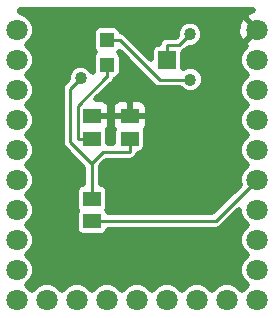
<source format=gbr>
G04 #@! TF.FileFunction,Copper,L2,Bot,Signal*
%FSLAX46Y46*%
G04 Gerber Fmt 4.6, Leading zero omitted, Abs format (unit mm)*
G04 Created by KiCad (PCBNEW 0.201509251832+6217~30~ubuntu14.04.1-product) date gio 08 ott 2015 22:51:30 CEST*
%MOMM*%
G01*
G04 APERTURE LIST*
%ADD10C,0.100000*%
%ADD11C,1.800000*%
%ADD12R,1.498600X1.300480*%
%ADD13R,1.501140X1.501140*%
%ADD14R,1.198880X1.198880*%
%ADD15C,1.035000*%
%ADD16C,0.254000*%
%ADD17C,0.508000*%
G04 APERTURE END LIST*
D10*
D11*
X138430000Y-92075000D03*
X138430000Y-94615000D03*
X138430000Y-97155000D03*
X138430000Y-99695000D03*
X138430000Y-102235000D03*
X138430000Y-104775000D03*
X138430000Y-107315000D03*
X138430000Y-109855000D03*
X138430000Y-112395000D03*
X138430000Y-114935000D03*
X140970000Y-114935000D03*
X143510000Y-114935000D03*
X146050000Y-114935000D03*
X148590000Y-114935000D03*
X151130000Y-114935000D03*
X153670000Y-114935000D03*
X156210000Y-114935000D03*
X158750000Y-112395000D03*
X158750000Y-109855000D03*
X158750000Y-107315000D03*
X158750000Y-104775000D03*
X158750000Y-102235000D03*
X158750000Y-99695000D03*
X158750000Y-97155000D03*
X158750000Y-94615000D03*
X158750000Y-114935000D03*
X158750000Y-92075000D03*
D12*
X144780000Y-108267500D03*
X144780000Y-106362500D03*
X147955000Y-101282500D03*
X147955000Y-99377500D03*
X144780000Y-101282500D03*
X144780000Y-99377500D03*
D13*
X151130000Y-94615000D03*
D14*
X146050000Y-92930980D03*
X146050000Y-95029020D03*
D15*
X143829300Y-96176400D03*
X153085600Y-96288900D03*
X153060500Y-92471800D03*
D16*
X144780000Y-99377500D02*
X147955000Y-99377500D01*
X151447500Y-99377500D02*
X158750000Y-92075000D01*
X147955000Y-99377500D02*
X151447500Y-99377500D01*
X144780000Y-106362500D02*
X144780000Y-105231000D01*
X147955000Y-101282500D02*
X147955000Y-102414000D01*
X142936800Y-97068900D02*
X143829300Y-96176400D01*
X142936800Y-101590500D02*
X142936800Y-97068900D01*
X144660200Y-103313900D02*
X142936800Y-101590500D01*
X144780000Y-103313900D02*
X144660200Y-103313900D01*
X145679900Y-102414000D02*
X144780000Y-103313900D01*
X147955000Y-102414000D02*
X145679900Y-102414000D01*
X144780000Y-103313900D02*
X144780000Y-105231000D01*
X150488600Y-96288900D02*
X153085600Y-96288900D01*
X147130700Y-92931000D02*
X150488600Y-96288900D01*
X146050000Y-92931000D02*
X147130700Y-92931000D01*
X152149200Y-93383100D02*
X153060500Y-92471800D01*
X151130000Y-93383100D02*
X152149200Y-93383100D01*
X151130000Y-94615000D02*
X151130000Y-93383100D01*
X144780000Y-101282500D02*
X143549400Y-101282500D01*
X145954200Y-96109700D02*
X146050000Y-96109700D01*
X143549400Y-98514500D02*
X145954200Y-96109700D01*
X143549400Y-101282500D02*
X143549400Y-98514500D01*
X146050000Y-95029000D02*
X146050000Y-96109700D01*
X155257500Y-108267500D02*
X158750000Y-104775000D01*
X144780000Y-108267500D02*
X155257500Y-108267500D01*
D17*
G36*
X157863636Y-90629542D02*
X157753768Y-90702953D01*
X157686278Y-91010571D01*
X158496000Y-91820293D01*
X158496000Y-91821707D01*
X157685571Y-91011278D01*
X157377953Y-91078768D01*
X157101153Y-91679661D01*
X157075375Y-92340741D01*
X157304542Y-92961364D01*
X157377953Y-93071232D01*
X157685571Y-93138722D01*
X158496000Y-92328293D01*
X158496000Y-92329707D01*
X157686278Y-93139429D01*
X157753768Y-93447047D01*
X157775478Y-93457048D01*
X157472326Y-93759672D01*
X157242263Y-94313724D01*
X157241739Y-94913644D01*
X157470835Y-95468097D01*
X157887366Y-95885355D01*
X157472326Y-96299672D01*
X157242263Y-96853724D01*
X157241739Y-97453644D01*
X157470835Y-98008097D01*
X157887366Y-98425355D01*
X157472326Y-98839672D01*
X157242263Y-99393724D01*
X157241739Y-99993644D01*
X157470835Y-100548097D01*
X157887366Y-100965355D01*
X157472326Y-101379672D01*
X157242263Y-101933724D01*
X157241739Y-102533644D01*
X157470835Y-103088097D01*
X157887366Y-103505355D01*
X157472326Y-103919672D01*
X157242263Y-104473724D01*
X157241739Y-105073644D01*
X157291494Y-105194059D01*
X154953054Y-107532500D01*
X146133262Y-107532500D01*
X146106816Y-107391949D01*
X146057949Y-107316007D01*
X146100371Y-107253920D01*
X146149211Y-107012740D01*
X146149211Y-105712260D01*
X146106816Y-105486949D01*
X145973657Y-105280014D01*
X145770480Y-105141189D01*
X145529300Y-105092349D01*
X145515000Y-105092349D01*
X145515000Y-103618346D01*
X145984347Y-103149000D01*
X147955000Y-103149000D01*
X148236272Y-103093051D01*
X148474723Y-102933723D01*
X148634051Y-102695272D01*
X148662420Y-102552651D01*
X148704300Y-102552651D01*
X148929611Y-102510256D01*
X149136546Y-102377097D01*
X149275371Y-102173920D01*
X149324211Y-101932740D01*
X149324211Y-100632260D01*
X149301187Y-100509898D01*
X149351140Y-100459945D01*
X149467300Y-100179510D01*
X149467300Y-99568750D01*
X149276550Y-99378000D01*
X147955500Y-99378000D01*
X147955500Y-99398000D01*
X147954500Y-99398000D01*
X147954500Y-99378000D01*
X146633450Y-99378000D01*
X146442700Y-99568750D01*
X146442700Y-100179510D01*
X146558860Y-100459945D01*
X146610272Y-100511357D01*
X146585789Y-100632260D01*
X146585789Y-101679000D01*
X146149211Y-101679000D01*
X146149211Y-100632260D01*
X146126187Y-100509898D01*
X146176140Y-100459945D01*
X146292300Y-100179510D01*
X146292300Y-99568750D01*
X146101550Y-99378000D01*
X144780500Y-99378000D01*
X144780500Y-99398000D01*
X144779500Y-99398000D01*
X144779500Y-99378000D01*
X144759500Y-99378000D01*
X144759500Y-99377000D01*
X144779500Y-99377000D01*
X144779500Y-99357000D01*
X144780500Y-99357000D01*
X144780500Y-99377000D01*
X146101550Y-99377000D01*
X146292300Y-99186250D01*
X146292300Y-98575490D01*
X146442700Y-98575490D01*
X146442700Y-99186250D01*
X146633450Y-99377000D01*
X147954500Y-99377000D01*
X147954500Y-98155010D01*
X147955500Y-98155010D01*
X147955500Y-99377000D01*
X149276550Y-99377000D01*
X149467300Y-99186250D01*
X149467300Y-98575490D01*
X149351140Y-98295055D01*
X149136505Y-98080420D01*
X148856070Y-97964260D01*
X148146250Y-97964260D01*
X147955500Y-98155010D01*
X147954500Y-98155010D01*
X147763750Y-97964260D01*
X147053930Y-97964260D01*
X146773495Y-98080420D01*
X146558860Y-98295055D01*
X146442700Y-98575490D01*
X146292300Y-98575490D01*
X146176140Y-98295055D01*
X145961505Y-98080420D01*
X145681070Y-97964260D01*
X145139086Y-97964260D01*
X146310455Y-96792892D01*
X146331272Y-96788751D01*
X146569723Y-96629423D01*
X146729051Y-96390972D01*
X146761615Y-96227264D01*
X146874751Y-96205976D01*
X147081686Y-96072817D01*
X147220511Y-95869640D01*
X147269351Y-95628460D01*
X147269351Y-94429580D01*
X147226956Y-94204269D01*
X147093797Y-93997334D01*
X147070921Y-93981704D01*
X147081686Y-93974777D01*
X147103340Y-93943086D01*
X149968877Y-96808624D01*
X150207328Y-96967951D01*
X150488600Y-97023900D01*
X152229008Y-97023900D01*
X152447223Y-97242496D01*
X152860742Y-97414204D01*
X153308494Y-97414595D01*
X153722312Y-97243609D01*
X154039196Y-96927277D01*
X154210904Y-96513758D01*
X154211295Y-96066006D01*
X154040309Y-95652188D01*
X153723977Y-95335304D01*
X153310458Y-95163596D01*
X152862706Y-95163205D01*
X152500481Y-95312873D01*
X152500481Y-94015372D01*
X152668923Y-93902823D01*
X152974521Y-93597225D01*
X153283394Y-93597495D01*
X153697212Y-93426509D01*
X154014096Y-93110177D01*
X154185804Y-92696658D01*
X154186195Y-92248906D01*
X154015209Y-91835088D01*
X153698877Y-91518204D01*
X153285358Y-91346496D01*
X152837606Y-91346105D01*
X152423788Y-91517091D01*
X152106904Y-91833423D01*
X151935196Y-92246942D01*
X151934924Y-92557929D01*
X151844754Y-92648100D01*
X151130000Y-92648100D01*
X150848728Y-92704049D01*
X150610277Y-92863377D01*
X150450949Y-93101828D01*
X150422566Y-93244519D01*
X150379430Y-93244519D01*
X150154119Y-93286914D01*
X149947184Y-93420073D01*
X149808359Y-93623250D01*
X149759519Y-93864430D01*
X149759519Y-94520372D01*
X147650423Y-92411277D01*
X147411972Y-92251949D01*
X147386800Y-92246942D01*
X147248247Y-92219382D01*
X147226956Y-92106229D01*
X147093797Y-91899294D01*
X146890620Y-91760469D01*
X146649440Y-91711629D01*
X145450560Y-91711629D01*
X145225249Y-91754024D01*
X145018314Y-91887183D01*
X144879489Y-92090360D01*
X144830649Y-92331540D01*
X144830649Y-93530420D01*
X144873044Y-93755731D01*
X145006203Y-93962666D01*
X145029079Y-93978296D01*
X145018314Y-93985223D01*
X144879489Y-94188400D01*
X144830649Y-94429580D01*
X144830649Y-95628460D01*
X144838977Y-95672722D01*
X144784009Y-95539688D01*
X144467677Y-95222804D01*
X144054158Y-95051096D01*
X143606406Y-95050705D01*
X143192588Y-95221691D01*
X142875704Y-95538023D01*
X142703996Y-95951542D01*
X142703724Y-96262529D01*
X142417077Y-96549177D01*
X142257749Y-96787628D01*
X142201800Y-97068900D01*
X142201800Y-101590500D01*
X142230533Y-101734949D01*
X142257749Y-101871772D01*
X142417077Y-102110223D01*
X144045000Y-103738147D01*
X144045000Y-105092349D01*
X144030700Y-105092349D01*
X143805389Y-105134744D01*
X143598454Y-105267903D01*
X143459629Y-105471080D01*
X143410789Y-105712260D01*
X143410789Y-107012740D01*
X143453184Y-107238051D01*
X143502051Y-107313993D01*
X143459629Y-107376080D01*
X143410789Y-107617260D01*
X143410789Y-108917740D01*
X143453184Y-109143051D01*
X143586343Y-109349986D01*
X143789520Y-109488811D01*
X144030700Y-109537651D01*
X145529300Y-109537651D01*
X145754611Y-109495256D01*
X145961546Y-109362097D01*
X146100371Y-109158920D01*
X146132047Y-109002500D01*
X155257500Y-109002500D01*
X155538772Y-108946551D01*
X155777223Y-108787223D01*
X157241993Y-107322453D01*
X157241739Y-107613644D01*
X157470835Y-108168097D01*
X157887366Y-108585355D01*
X157472326Y-108999672D01*
X157242263Y-109553724D01*
X157241739Y-110153644D01*
X157470835Y-110708097D01*
X157887366Y-111125355D01*
X157472326Y-111539672D01*
X157242263Y-112093724D01*
X157241739Y-112693644D01*
X157470835Y-113248097D01*
X157887366Y-113665355D01*
X157479645Y-114072366D01*
X157065328Y-113657326D01*
X156511276Y-113427263D01*
X155911356Y-113426739D01*
X155356903Y-113655835D01*
X154939645Y-114072366D01*
X154525328Y-113657326D01*
X153971276Y-113427263D01*
X153371356Y-113426739D01*
X152816903Y-113655835D01*
X152399645Y-114072366D01*
X151985328Y-113657326D01*
X151431276Y-113427263D01*
X150831356Y-113426739D01*
X150276903Y-113655835D01*
X149859645Y-114072366D01*
X149445328Y-113657326D01*
X148891276Y-113427263D01*
X148291356Y-113426739D01*
X147736903Y-113655835D01*
X147319645Y-114072366D01*
X146905328Y-113657326D01*
X146351276Y-113427263D01*
X145751356Y-113426739D01*
X145196903Y-113655835D01*
X144779645Y-114072366D01*
X144365328Y-113657326D01*
X143811276Y-113427263D01*
X143211356Y-113426739D01*
X142656903Y-113655835D01*
X142239645Y-114072366D01*
X141825328Y-113657326D01*
X141271276Y-113427263D01*
X140671356Y-113426739D01*
X140116903Y-113655835D01*
X139699645Y-114072366D01*
X139292634Y-113664645D01*
X139707674Y-113250328D01*
X139937737Y-112696276D01*
X139938261Y-112096356D01*
X139709165Y-111541903D01*
X139292634Y-111124645D01*
X139707674Y-110710328D01*
X139937737Y-110156276D01*
X139938261Y-109556356D01*
X139709165Y-109001903D01*
X139292634Y-108584645D01*
X139707674Y-108170328D01*
X139937737Y-107616276D01*
X139938261Y-107016356D01*
X139709165Y-106461903D01*
X139292634Y-106044645D01*
X139707674Y-105630328D01*
X139937737Y-105076276D01*
X139938261Y-104476356D01*
X139709165Y-103921903D01*
X139292634Y-103504645D01*
X139707674Y-103090328D01*
X139937737Y-102536276D01*
X139938261Y-101936356D01*
X139709165Y-101381903D01*
X139292634Y-100964645D01*
X139707674Y-100550328D01*
X139937737Y-99996276D01*
X139938261Y-99396356D01*
X139709165Y-98841903D01*
X139292634Y-98424645D01*
X139707674Y-98010328D01*
X139937737Y-97456276D01*
X139938261Y-96856356D01*
X139709165Y-96301903D01*
X139292634Y-95884645D01*
X139707674Y-95470328D01*
X139937737Y-94916276D01*
X139938261Y-94316356D01*
X139709165Y-93761903D01*
X139292634Y-93344645D01*
X139707674Y-92930328D01*
X139937737Y-92376276D01*
X139938261Y-91776356D01*
X139709165Y-91221903D01*
X139285328Y-90797326D01*
X138731276Y-90567263D01*
X138684000Y-90567222D01*
X138684000Y-90424000D01*
X158420279Y-90424000D01*
X157863636Y-90629542D01*
X157863636Y-90629542D01*
G37*
X157863636Y-90629542D02*
X157753768Y-90702953D01*
X157686278Y-91010571D01*
X158496000Y-91820293D01*
X158496000Y-91821707D01*
X157685571Y-91011278D01*
X157377953Y-91078768D01*
X157101153Y-91679661D01*
X157075375Y-92340741D01*
X157304542Y-92961364D01*
X157377953Y-93071232D01*
X157685571Y-93138722D01*
X158496000Y-92328293D01*
X158496000Y-92329707D01*
X157686278Y-93139429D01*
X157753768Y-93447047D01*
X157775478Y-93457048D01*
X157472326Y-93759672D01*
X157242263Y-94313724D01*
X157241739Y-94913644D01*
X157470835Y-95468097D01*
X157887366Y-95885355D01*
X157472326Y-96299672D01*
X157242263Y-96853724D01*
X157241739Y-97453644D01*
X157470835Y-98008097D01*
X157887366Y-98425355D01*
X157472326Y-98839672D01*
X157242263Y-99393724D01*
X157241739Y-99993644D01*
X157470835Y-100548097D01*
X157887366Y-100965355D01*
X157472326Y-101379672D01*
X157242263Y-101933724D01*
X157241739Y-102533644D01*
X157470835Y-103088097D01*
X157887366Y-103505355D01*
X157472326Y-103919672D01*
X157242263Y-104473724D01*
X157241739Y-105073644D01*
X157291494Y-105194059D01*
X154953054Y-107532500D01*
X146133262Y-107532500D01*
X146106816Y-107391949D01*
X146057949Y-107316007D01*
X146100371Y-107253920D01*
X146149211Y-107012740D01*
X146149211Y-105712260D01*
X146106816Y-105486949D01*
X145973657Y-105280014D01*
X145770480Y-105141189D01*
X145529300Y-105092349D01*
X145515000Y-105092349D01*
X145515000Y-103618346D01*
X145984347Y-103149000D01*
X147955000Y-103149000D01*
X148236272Y-103093051D01*
X148474723Y-102933723D01*
X148634051Y-102695272D01*
X148662420Y-102552651D01*
X148704300Y-102552651D01*
X148929611Y-102510256D01*
X149136546Y-102377097D01*
X149275371Y-102173920D01*
X149324211Y-101932740D01*
X149324211Y-100632260D01*
X149301187Y-100509898D01*
X149351140Y-100459945D01*
X149467300Y-100179510D01*
X149467300Y-99568750D01*
X149276550Y-99378000D01*
X147955500Y-99378000D01*
X147955500Y-99398000D01*
X147954500Y-99398000D01*
X147954500Y-99378000D01*
X146633450Y-99378000D01*
X146442700Y-99568750D01*
X146442700Y-100179510D01*
X146558860Y-100459945D01*
X146610272Y-100511357D01*
X146585789Y-100632260D01*
X146585789Y-101679000D01*
X146149211Y-101679000D01*
X146149211Y-100632260D01*
X146126187Y-100509898D01*
X146176140Y-100459945D01*
X146292300Y-100179510D01*
X146292300Y-99568750D01*
X146101550Y-99378000D01*
X144780500Y-99378000D01*
X144780500Y-99398000D01*
X144779500Y-99398000D01*
X144779500Y-99378000D01*
X144759500Y-99378000D01*
X144759500Y-99377000D01*
X144779500Y-99377000D01*
X144779500Y-99357000D01*
X144780500Y-99357000D01*
X144780500Y-99377000D01*
X146101550Y-99377000D01*
X146292300Y-99186250D01*
X146292300Y-98575490D01*
X146442700Y-98575490D01*
X146442700Y-99186250D01*
X146633450Y-99377000D01*
X147954500Y-99377000D01*
X147954500Y-98155010D01*
X147955500Y-98155010D01*
X147955500Y-99377000D01*
X149276550Y-99377000D01*
X149467300Y-99186250D01*
X149467300Y-98575490D01*
X149351140Y-98295055D01*
X149136505Y-98080420D01*
X148856070Y-97964260D01*
X148146250Y-97964260D01*
X147955500Y-98155010D01*
X147954500Y-98155010D01*
X147763750Y-97964260D01*
X147053930Y-97964260D01*
X146773495Y-98080420D01*
X146558860Y-98295055D01*
X146442700Y-98575490D01*
X146292300Y-98575490D01*
X146176140Y-98295055D01*
X145961505Y-98080420D01*
X145681070Y-97964260D01*
X145139086Y-97964260D01*
X146310455Y-96792892D01*
X146331272Y-96788751D01*
X146569723Y-96629423D01*
X146729051Y-96390972D01*
X146761615Y-96227264D01*
X146874751Y-96205976D01*
X147081686Y-96072817D01*
X147220511Y-95869640D01*
X147269351Y-95628460D01*
X147269351Y-94429580D01*
X147226956Y-94204269D01*
X147093797Y-93997334D01*
X147070921Y-93981704D01*
X147081686Y-93974777D01*
X147103340Y-93943086D01*
X149968877Y-96808624D01*
X150207328Y-96967951D01*
X150488600Y-97023900D01*
X152229008Y-97023900D01*
X152447223Y-97242496D01*
X152860742Y-97414204D01*
X153308494Y-97414595D01*
X153722312Y-97243609D01*
X154039196Y-96927277D01*
X154210904Y-96513758D01*
X154211295Y-96066006D01*
X154040309Y-95652188D01*
X153723977Y-95335304D01*
X153310458Y-95163596D01*
X152862706Y-95163205D01*
X152500481Y-95312873D01*
X152500481Y-94015372D01*
X152668923Y-93902823D01*
X152974521Y-93597225D01*
X153283394Y-93597495D01*
X153697212Y-93426509D01*
X154014096Y-93110177D01*
X154185804Y-92696658D01*
X154186195Y-92248906D01*
X154015209Y-91835088D01*
X153698877Y-91518204D01*
X153285358Y-91346496D01*
X152837606Y-91346105D01*
X152423788Y-91517091D01*
X152106904Y-91833423D01*
X151935196Y-92246942D01*
X151934924Y-92557929D01*
X151844754Y-92648100D01*
X151130000Y-92648100D01*
X150848728Y-92704049D01*
X150610277Y-92863377D01*
X150450949Y-93101828D01*
X150422566Y-93244519D01*
X150379430Y-93244519D01*
X150154119Y-93286914D01*
X149947184Y-93420073D01*
X149808359Y-93623250D01*
X149759519Y-93864430D01*
X149759519Y-94520372D01*
X147650423Y-92411277D01*
X147411972Y-92251949D01*
X147386800Y-92246942D01*
X147248247Y-92219382D01*
X147226956Y-92106229D01*
X147093797Y-91899294D01*
X146890620Y-91760469D01*
X146649440Y-91711629D01*
X145450560Y-91711629D01*
X145225249Y-91754024D01*
X145018314Y-91887183D01*
X144879489Y-92090360D01*
X144830649Y-92331540D01*
X144830649Y-93530420D01*
X144873044Y-93755731D01*
X145006203Y-93962666D01*
X145029079Y-93978296D01*
X145018314Y-93985223D01*
X144879489Y-94188400D01*
X144830649Y-94429580D01*
X144830649Y-95628460D01*
X144838977Y-95672722D01*
X144784009Y-95539688D01*
X144467677Y-95222804D01*
X144054158Y-95051096D01*
X143606406Y-95050705D01*
X143192588Y-95221691D01*
X142875704Y-95538023D01*
X142703996Y-95951542D01*
X142703724Y-96262529D01*
X142417077Y-96549177D01*
X142257749Y-96787628D01*
X142201800Y-97068900D01*
X142201800Y-101590500D01*
X142230533Y-101734949D01*
X142257749Y-101871772D01*
X142417077Y-102110223D01*
X144045000Y-103738147D01*
X144045000Y-105092349D01*
X144030700Y-105092349D01*
X143805389Y-105134744D01*
X143598454Y-105267903D01*
X143459629Y-105471080D01*
X143410789Y-105712260D01*
X143410789Y-107012740D01*
X143453184Y-107238051D01*
X143502051Y-107313993D01*
X143459629Y-107376080D01*
X143410789Y-107617260D01*
X143410789Y-108917740D01*
X143453184Y-109143051D01*
X143586343Y-109349986D01*
X143789520Y-109488811D01*
X144030700Y-109537651D01*
X145529300Y-109537651D01*
X145754611Y-109495256D01*
X145961546Y-109362097D01*
X146100371Y-109158920D01*
X146132047Y-109002500D01*
X155257500Y-109002500D01*
X155538772Y-108946551D01*
X155777223Y-108787223D01*
X157241993Y-107322453D01*
X157241739Y-107613644D01*
X157470835Y-108168097D01*
X157887366Y-108585355D01*
X157472326Y-108999672D01*
X157242263Y-109553724D01*
X157241739Y-110153644D01*
X157470835Y-110708097D01*
X157887366Y-111125355D01*
X157472326Y-111539672D01*
X157242263Y-112093724D01*
X157241739Y-112693644D01*
X157470835Y-113248097D01*
X157887366Y-113665355D01*
X157479645Y-114072366D01*
X157065328Y-113657326D01*
X156511276Y-113427263D01*
X155911356Y-113426739D01*
X155356903Y-113655835D01*
X154939645Y-114072366D01*
X154525328Y-113657326D01*
X153971276Y-113427263D01*
X153371356Y-113426739D01*
X152816903Y-113655835D01*
X152399645Y-114072366D01*
X151985328Y-113657326D01*
X151431276Y-113427263D01*
X150831356Y-113426739D01*
X150276903Y-113655835D01*
X149859645Y-114072366D01*
X149445328Y-113657326D01*
X148891276Y-113427263D01*
X148291356Y-113426739D01*
X147736903Y-113655835D01*
X147319645Y-114072366D01*
X146905328Y-113657326D01*
X146351276Y-113427263D01*
X145751356Y-113426739D01*
X145196903Y-113655835D01*
X144779645Y-114072366D01*
X144365328Y-113657326D01*
X143811276Y-113427263D01*
X143211356Y-113426739D01*
X142656903Y-113655835D01*
X142239645Y-114072366D01*
X141825328Y-113657326D01*
X141271276Y-113427263D01*
X140671356Y-113426739D01*
X140116903Y-113655835D01*
X139699645Y-114072366D01*
X139292634Y-113664645D01*
X139707674Y-113250328D01*
X139937737Y-112696276D01*
X139938261Y-112096356D01*
X139709165Y-111541903D01*
X139292634Y-111124645D01*
X139707674Y-110710328D01*
X139937737Y-110156276D01*
X139938261Y-109556356D01*
X139709165Y-109001903D01*
X139292634Y-108584645D01*
X139707674Y-108170328D01*
X139937737Y-107616276D01*
X139938261Y-107016356D01*
X139709165Y-106461903D01*
X139292634Y-106044645D01*
X139707674Y-105630328D01*
X139937737Y-105076276D01*
X139938261Y-104476356D01*
X139709165Y-103921903D01*
X139292634Y-103504645D01*
X139707674Y-103090328D01*
X139937737Y-102536276D01*
X139938261Y-101936356D01*
X139709165Y-101381903D01*
X139292634Y-100964645D01*
X139707674Y-100550328D01*
X139937737Y-99996276D01*
X139938261Y-99396356D01*
X139709165Y-98841903D01*
X139292634Y-98424645D01*
X139707674Y-98010328D01*
X139937737Y-97456276D01*
X139938261Y-96856356D01*
X139709165Y-96301903D01*
X139292634Y-95884645D01*
X139707674Y-95470328D01*
X139937737Y-94916276D01*
X139938261Y-94316356D01*
X139709165Y-93761903D01*
X139292634Y-93344645D01*
X139707674Y-92930328D01*
X139937737Y-92376276D01*
X139938261Y-91776356D01*
X139709165Y-91221903D01*
X139285328Y-90797326D01*
X138731276Y-90567263D01*
X138684000Y-90567222D01*
X138684000Y-90424000D01*
X158420279Y-90424000D01*
X157863636Y-90629542D01*
M02*

</source>
